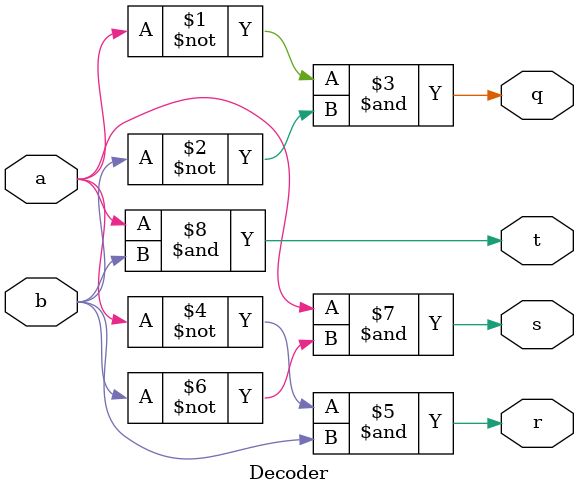
<source format=v>
`timescale 1ns / 1ps


module Decoder(
   input a, b,
    output q, r, s, t
    );
   
assign q = (~a) & (~b);
assign r = (~a) & b;
assign s = a & (~b);
assign t = a & b;

endmodule

</source>
